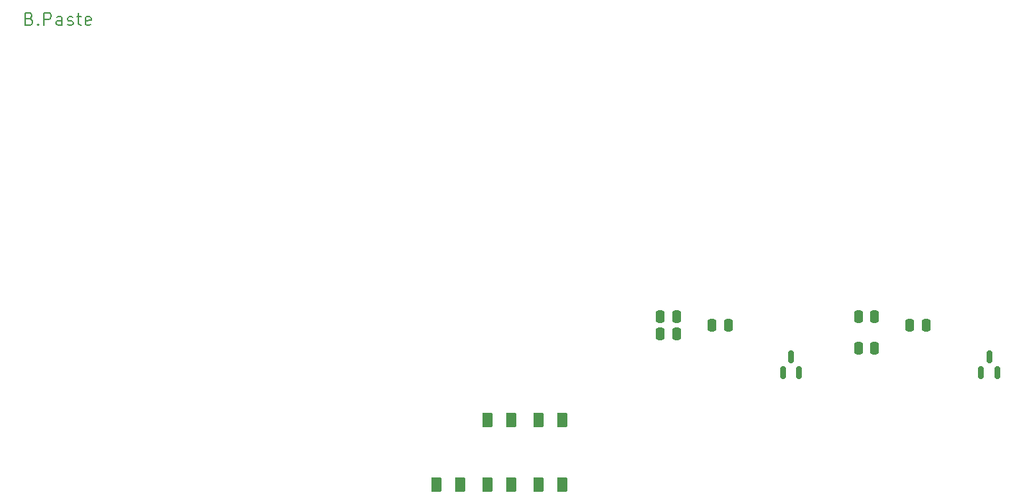
<source format=gbr>
%TF.GenerationSoftware,KiCad,Pcbnew,9.0.1-9.0.1-0~ubuntu24.04.1*%
%TF.CreationDate,2025-04-26T12:20:13-07:00*%
%TF.ProjectId,NX-IndicatorBoard,4e582d49-6e64-4696-9361-746f72426f61,1*%
%TF.SameCoordinates,Original*%
%TF.FileFunction,Paste,Bot*%
%TF.FilePolarity,Positive*%
%FSLAX46Y46*%
G04 Gerber Fmt 4.6, Leading zero omitted, Abs format (unit mm)*
G04 Created by KiCad (PCBNEW 9.0.1-9.0.1-0~ubuntu24.04.1) date 2025-04-26 12:20:13*
%MOMM*%
%LPD*%
G01*
G04 APERTURE LIST*
G04 Aperture macros list*
%AMRoundRect*
0 Rectangle with rounded corners*
0 $1 Rounding radius*
0 $2 $3 $4 $5 $6 $7 $8 $9 X,Y pos of 4 corners*
0 Add a 4 corners polygon primitive as box body*
4,1,4,$2,$3,$4,$5,$6,$7,$8,$9,$2,$3,0*
0 Add four circle primitives for the rounded corners*
1,1,$1+$1,$2,$3*
1,1,$1+$1,$4,$5*
1,1,$1+$1,$6,$7*
1,1,$1+$1,$8,$9*
0 Add four rect primitives between the rounded corners*
20,1,$1+$1,$2,$3,$4,$5,0*
20,1,$1+$1,$4,$5,$6,$7,0*
20,1,$1+$1,$6,$7,$8,$9,0*
20,1,$1+$1,$8,$9,$2,$3,0*%
G04 Aperture macros list end*
%ADD10C,0.187500*%
%ADD11RoundRect,0.250000X-0.250000X-0.475000X0.250000X-0.475000X0.250000X0.475000X-0.250000X0.475000X0*%
%ADD12RoundRect,0.250000X-0.375000X-0.625000X0.375000X-0.625000X0.375000X0.625000X-0.375000X0.625000X0*%
%ADD13RoundRect,0.150000X0.150000X-0.587500X0.150000X0.587500X-0.150000X0.587500X-0.150000X-0.587500X0*%
G04 APERTURE END LIST*
D10*
X29377697Y-68235964D02*
X29591983Y-68307392D01*
X29591983Y-68307392D02*
X29663412Y-68378821D01*
X29663412Y-68378821D02*
X29734840Y-68521678D01*
X29734840Y-68521678D02*
X29734840Y-68735964D01*
X29734840Y-68735964D02*
X29663412Y-68878821D01*
X29663412Y-68878821D02*
X29591983Y-68950250D01*
X29591983Y-68950250D02*
X29449126Y-69021678D01*
X29449126Y-69021678D02*
X28877697Y-69021678D01*
X28877697Y-69021678D02*
X28877697Y-67521678D01*
X28877697Y-67521678D02*
X29377697Y-67521678D01*
X29377697Y-67521678D02*
X29520555Y-67593107D01*
X29520555Y-67593107D02*
X29591983Y-67664535D01*
X29591983Y-67664535D02*
X29663412Y-67807392D01*
X29663412Y-67807392D02*
X29663412Y-67950250D01*
X29663412Y-67950250D02*
X29591983Y-68093107D01*
X29591983Y-68093107D02*
X29520555Y-68164535D01*
X29520555Y-68164535D02*
X29377697Y-68235964D01*
X29377697Y-68235964D02*
X28877697Y-68235964D01*
X30377697Y-68878821D02*
X30449126Y-68950250D01*
X30449126Y-68950250D02*
X30377697Y-69021678D01*
X30377697Y-69021678D02*
X30306269Y-68950250D01*
X30306269Y-68950250D02*
X30377697Y-68878821D01*
X30377697Y-68878821D02*
X30377697Y-69021678D01*
X31091983Y-69021678D02*
X31091983Y-67521678D01*
X31091983Y-67521678D02*
X31663412Y-67521678D01*
X31663412Y-67521678D02*
X31806269Y-67593107D01*
X31806269Y-67593107D02*
X31877698Y-67664535D01*
X31877698Y-67664535D02*
X31949126Y-67807392D01*
X31949126Y-67807392D02*
X31949126Y-68021678D01*
X31949126Y-68021678D02*
X31877698Y-68164535D01*
X31877698Y-68164535D02*
X31806269Y-68235964D01*
X31806269Y-68235964D02*
X31663412Y-68307392D01*
X31663412Y-68307392D02*
X31091983Y-68307392D01*
X33234841Y-69021678D02*
X33234841Y-68235964D01*
X33234841Y-68235964D02*
X33163412Y-68093107D01*
X33163412Y-68093107D02*
X33020555Y-68021678D01*
X33020555Y-68021678D02*
X32734841Y-68021678D01*
X32734841Y-68021678D02*
X32591983Y-68093107D01*
X33234841Y-68950250D02*
X33091983Y-69021678D01*
X33091983Y-69021678D02*
X32734841Y-69021678D01*
X32734841Y-69021678D02*
X32591983Y-68950250D01*
X32591983Y-68950250D02*
X32520555Y-68807392D01*
X32520555Y-68807392D02*
X32520555Y-68664535D01*
X32520555Y-68664535D02*
X32591983Y-68521678D01*
X32591983Y-68521678D02*
X32734841Y-68450250D01*
X32734841Y-68450250D02*
X33091983Y-68450250D01*
X33091983Y-68450250D02*
X33234841Y-68378821D01*
X33877698Y-68950250D02*
X34020555Y-69021678D01*
X34020555Y-69021678D02*
X34306269Y-69021678D01*
X34306269Y-69021678D02*
X34449126Y-68950250D01*
X34449126Y-68950250D02*
X34520555Y-68807392D01*
X34520555Y-68807392D02*
X34520555Y-68735964D01*
X34520555Y-68735964D02*
X34449126Y-68593107D01*
X34449126Y-68593107D02*
X34306269Y-68521678D01*
X34306269Y-68521678D02*
X34091984Y-68521678D01*
X34091984Y-68521678D02*
X33949126Y-68450250D01*
X33949126Y-68450250D02*
X33877698Y-68307392D01*
X33877698Y-68307392D02*
X33877698Y-68235964D01*
X33877698Y-68235964D02*
X33949126Y-68093107D01*
X33949126Y-68093107D02*
X34091984Y-68021678D01*
X34091984Y-68021678D02*
X34306269Y-68021678D01*
X34306269Y-68021678D02*
X34449126Y-68093107D01*
X34949127Y-68021678D02*
X35520555Y-68021678D01*
X35163412Y-67521678D02*
X35163412Y-68807392D01*
X35163412Y-68807392D02*
X35234841Y-68950250D01*
X35234841Y-68950250D02*
X35377698Y-69021678D01*
X35377698Y-69021678D02*
X35520555Y-69021678D01*
X36591984Y-68950250D02*
X36449127Y-69021678D01*
X36449127Y-69021678D02*
X36163413Y-69021678D01*
X36163413Y-69021678D02*
X36020555Y-68950250D01*
X36020555Y-68950250D02*
X35949127Y-68807392D01*
X35949127Y-68807392D02*
X35949127Y-68235964D01*
X35949127Y-68235964D02*
X36020555Y-68093107D01*
X36020555Y-68093107D02*
X36163413Y-68021678D01*
X36163413Y-68021678D02*
X36449127Y-68021678D01*
X36449127Y-68021678D02*
X36591984Y-68093107D01*
X36591984Y-68093107D02*
X36663413Y-68235964D01*
X36663413Y-68235964D02*
X36663413Y-68378821D01*
X36663413Y-68378821D02*
X35949127Y-68521678D01*
D11*
%TO.C,C5*%
X126964400Y-107137200D03*
X128864400Y-107137200D03*
%TD*%
D12*
%TO.C,D6*%
X83321000Y-123180000D03*
X86121000Y-123180000D03*
%TD*%
D11*
%TO.C,C6*%
X109743200Y-104394000D03*
X111643200Y-104394000D03*
%TD*%
%TO.C,C8*%
X103672600Y-105435400D03*
X105572600Y-105435400D03*
%TD*%
D13*
%TO.C,D1*%
X143331100Y-109954300D03*
X141431100Y-109954300D03*
X142381100Y-108079300D03*
%TD*%
D11*
%TO.C,C3*%
X133035000Y-104394000D03*
X134935000Y-104394000D03*
%TD*%
D12*
%TO.C,D5*%
X83321000Y-115560000D03*
X86121000Y-115560000D03*
%TD*%
%TO.C,D4*%
X89321000Y-123180000D03*
X92121000Y-123180000D03*
%TD*%
%TO.C,D7*%
X77321000Y-123180000D03*
X80121000Y-123180000D03*
%TD*%
D11*
%TO.C,C4*%
X126964400Y-103403400D03*
X128864400Y-103403400D03*
%TD*%
%TO.C,C7*%
X103672600Y-103403400D03*
X105572600Y-103403400D03*
%TD*%
D13*
%TO.C,D2*%
X119988500Y-109954300D03*
X118088500Y-109954300D03*
X119038500Y-108079300D03*
%TD*%
D12*
%TO.C,D3*%
X89321000Y-115560000D03*
X92121000Y-115560000D03*
%TD*%
M02*

</source>
